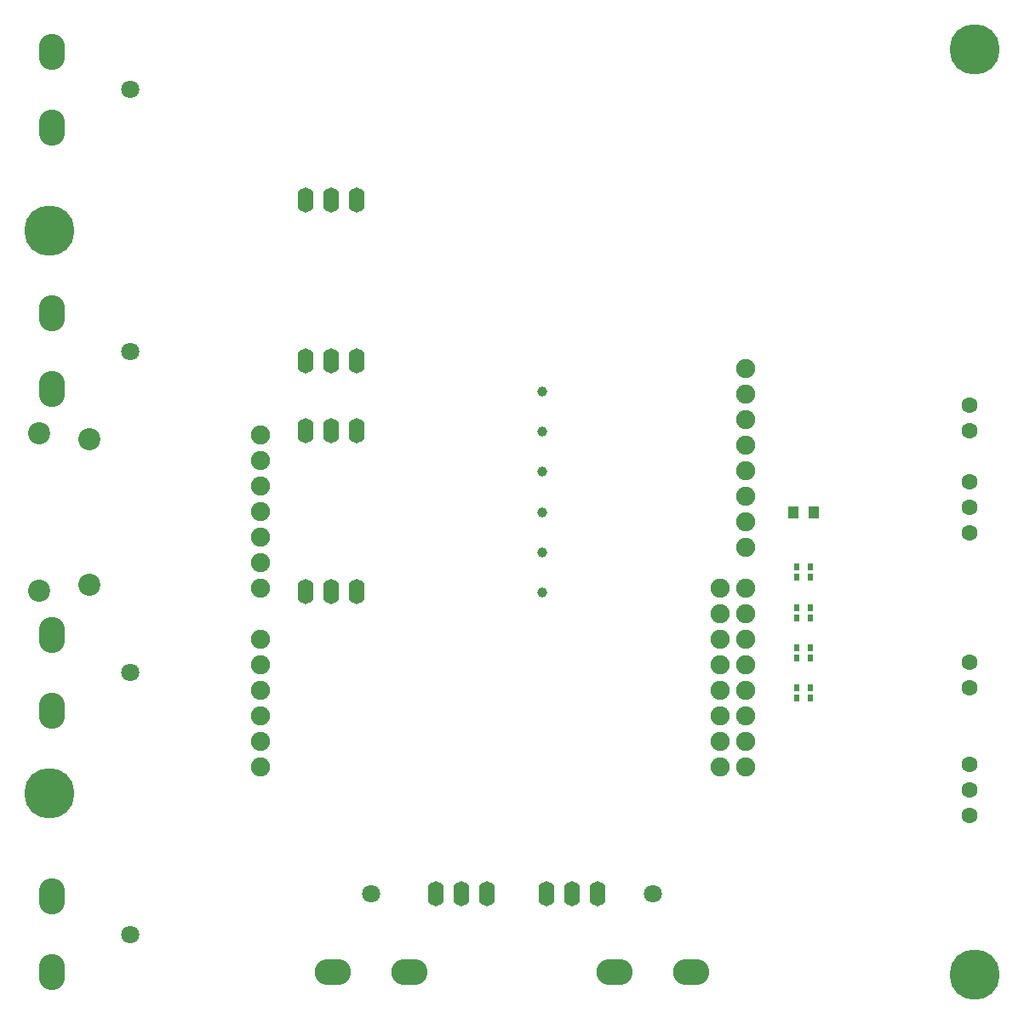
<source format=gts>
G04*
G04 #@! TF.GenerationSoftware,Altium Limited,Altium Designer,19.0.10 (269)*
G04*
G04 Layer_Color=8388736*
%FSLAX25Y25*%
%MOIN*%
G70*
G01*
G75*
%ADD15R,0.02362X0.02756*%
%ADD16R,0.03937X0.04724*%
%ADD17C,0.03937*%
%ADD18O,0.06299X0.09843*%
%ADD19C,0.08661*%
%ADD20C,0.07087*%
%ADD21O,0.14173X0.10236*%
%ADD22O,0.10236X0.14173*%
%ADD23C,0.07500*%
%ADD24C,0.06299*%
%ADD25C,0.19685*%
D15*
X308268Y143701D02*
D03*
Y139764D02*
D03*
X313779Y143701D02*
D03*
Y139764D02*
D03*
Y155512D02*
D03*
Y159449D02*
D03*
X308268Y155512D02*
D03*
Y159449D02*
D03*
Y175197D02*
D03*
Y171260D02*
D03*
X313779Y175197D02*
D03*
Y171260D02*
D03*
Y124016D02*
D03*
Y127953D02*
D03*
X308268Y124016D02*
D03*
Y127953D02*
D03*
D16*
X315158Y196850D02*
D03*
X306890D02*
D03*
D17*
X208661Y212598D02*
D03*
Y228346D02*
D03*
Y196850D02*
D03*
Y244094D02*
D03*
Y165354D02*
D03*
Y181102D02*
D03*
D18*
X220472Y47244D02*
D03*
X230472D02*
D03*
X210472D02*
D03*
X177165D02*
D03*
X167165D02*
D03*
X187165D02*
D03*
X135984Y319134D02*
D03*
X115984D02*
D03*
X125984D02*
D03*
X135984Y256142D02*
D03*
X115984D02*
D03*
X125984D02*
D03*
X135984Y228583D02*
D03*
X115984D02*
D03*
X125984D02*
D03*
X135984Y165591D02*
D03*
X115984D02*
D03*
X125984D02*
D03*
D19*
X11811Y165945D02*
D03*
Y227756D02*
D03*
X31496Y168307D02*
D03*
Y225394D02*
D03*
D20*
X251969Y47244D02*
D03*
X47244Y259842D02*
D03*
Y362205D02*
D03*
Y31496D02*
D03*
Y133858D02*
D03*
X141732Y47244D02*
D03*
D21*
X266929Y16535D02*
D03*
X237008D02*
D03*
X156693D02*
D03*
X126772D02*
D03*
D22*
X16535Y244882D02*
D03*
Y274803D02*
D03*
Y347244D02*
D03*
Y377165D02*
D03*
Y16535D02*
D03*
Y46457D02*
D03*
Y118898D02*
D03*
Y148819D02*
D03*
D23*
X278425Y97087D02*
D03*
X98425Y227087D02*
D03*
Y217087D02*
D03*
Y197087D02*
D03*
Y207087D02*
D03*
Y177087D02*
D03*
Y187087D02*
D03*
Y167087D02*
D03*
Y127087D02*
D03*
Y147087D02*
D03*
Y137087D02*
D03*
Y97087D02*
D03*
Y117087D02*
D03*
Y107087D02*
D03*
X288425Y97087D02*
D03*
Y117087D02*
D03*
Y107087D02*
D03*
Y127087D02*
D03*
Y147087D02*
D03*
Y137087D02*
D03*
Y157087D02*
D03*
Y167087D02*
D03*
Y253087D02*
D03*
Y243087D02*
D03*
Y223087D02*
D03*
Y233087D02*
D03*
Y213087D02*
D03*
Y193087D02*
D03*
Y203087D02*
D03*
Y183087D02*
D03*
X278425Y107087D02*
D03*
Y117087D02*
D03*
Y127087D02*
D03*
Y137087D02*
D03*
Y147087D02*
D03*
Y157087D02*
D03*
Y167087D02*
D03*
D24*
X375984Y208661D02*
D03*
Y188661D02*
D03*
Y238661D02*
D03*
Y228661D02*
D03*
Y198661D02*
D03*
Y97953D02*
D03*
Y127953D02*
D03*
Y137953D02*
D03*
Y77953D02*
D03*
Y87953D02*
D03*
D25*
X15748Y86614D02*
D03*
Y307087D02*
D03*
X377953Y377953D02*
D03*
Y15748D02*
D03*
M02*

</source>
